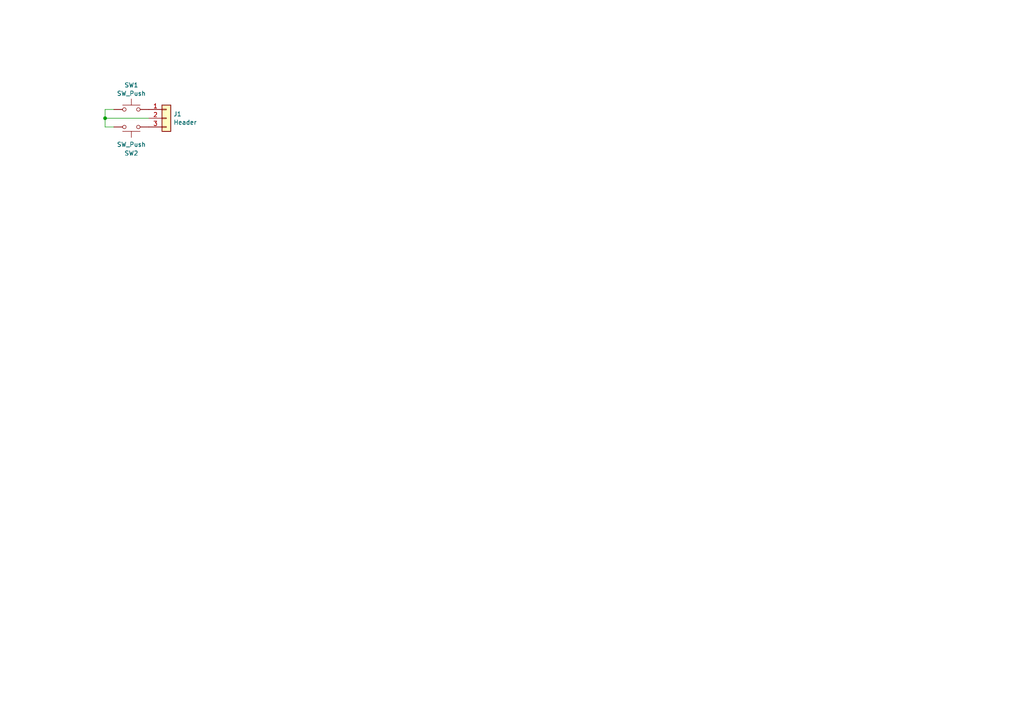
<source format=kicad_sch>
(kicad_sch (version 20230121) (generator eeschema)
  (paper "A4")
  (lib_symbols
    (symbol "Connector_Generic:Conn_01x03" (pin_names (offset 1.016) hide)
      (property "Reference" "J" (at 0 5.08 0))
      (property "Value" "Conn_01x03" (at 0 -5.08 0))
      (symbol "Conn_01x03_1_1"
        (rectangle (start -1.27 -2.413) (end 0 -2.667) (stroke (width 0.1524)))
        (rectangle (start -1.27 0.127) (end 0 -0.127) (stroke (width 0.1524)))
        (rectangle (start -1.27 2.667) (end 0 2.413) (stroke (width 0.1524)))
        (rectangle (start -1.27 3.81) (end 1.27 -3.81) (stroke (width 0.254)) (fill (type background)))
        (pin passive line (at -5.08 2.54 0) (length 3.81) (name "Pin_1") (number "1"))
        (pin passive line (at -5.08 0 0) (length 3.81) (name "Pin_2") (number "2"))
        (pin passive line (at -5.08 -2.54 0) (length 3.81) (name "Pin_3") (number "3"))
      )
    )
    (symbol "Switch:SW_Push" (pin_numbers hide) (pin_names (offset 1.016) hide)
      (property "Reference" "SW" (at 1.27 2.54 0))
      (property "Value" "SW_Push" (at 0 -1.524 0))
      (symbol "SW_Push_0_1"
        (circle (center -2.032 0) (radius 0.508))
        (polyline (pts (xy 0 1.27) (xy 0 3.048)))
        (polyline (pts (xy 2.54 1.27) (xy -2.54 1.27)))
        (circle (center 2.032 0) (radius 0.508))
        (pin passive line (at -5.08 0 0) (length 2.54) (name "1") (number "1"))
        (pin passive line (at 5.08 0 180) (length 2.54) (name "2") (number "2"))
      )
    )
  )
  (junction (at 30.48 34.29))
  (wire (pts (xy 30.48 36.83) (xy 30.48 34.29)))
  (wire (pts (xy 30.48 31.75) (xy 33.02 31.75)))
  (wire (pts (xy 43.18 34.29) (xy 30.48 34.29)))
  (wire (pts (xy 33.02 36.83) (xy 30.48 36.83)))
  (wire (pts (xy 30.48 34.29) (xy 30.48 31.75)))
  (symbol (lib_id "Connector_Generic:Conn_01x03") (at 48.26 34.29 0) (unit 1)
    (property "Reference" "J1" (at 50.292 33.0779 0) (effects (justify left)))
    (property "Value" "Header" (at 50.292 35.5021 0) (effects (justify left)))
    (property "Footprint" "Connector_PinHeader_2.54mm:PinHeader_1x03_P2.54mm_Horizontal" (effects hide))
  )
  (symbol (lib_id "Switch:SW_Push") (at 38.1 36.83 180) (unit 1)
    (property "Reference" "SW2" (at 38.1 44.45 0))
    (property "Value" "SW_Push" (at 38.1 41.91 0))
    (property "Footprint" "Button_Switch_Keyboard:SW_Cherry_MX_1.00u_PCB" (effects hide))
  )
  (symbol (lib_id "Switch:SW_Push") (at 38.1 31.75 0) (unit 1)
    (property "Reference" "SW1" (at 38.1 24.6847 0))
    (property "Value" "SW_Push" (at 38.1 27.1089 0))
    (property "Footprint" "Button_Switch_Keyboard:SW_Cherry_MX_1.00u_PCB" (effects hide))
  )
)
</source>
